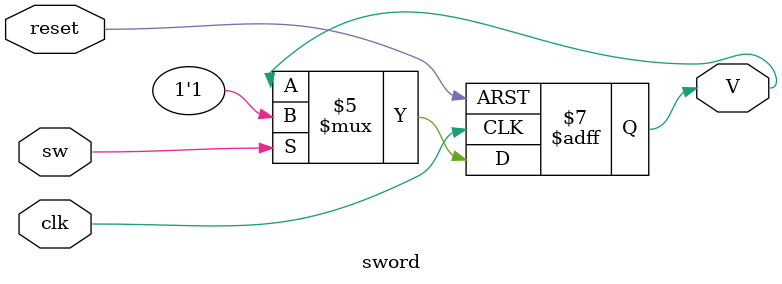
<source format=v>
module sword(sw,reset,clk,V);
input sw,reset,clk;
output V;
reg V=0;
always @ (posedge clk, negedge reset)
	begin
		if (~reset) V<=1'b0;
			else begin
					if (sw) V<=1'b1;
						else V<=V;
				end
	end
endmodule

</source>
